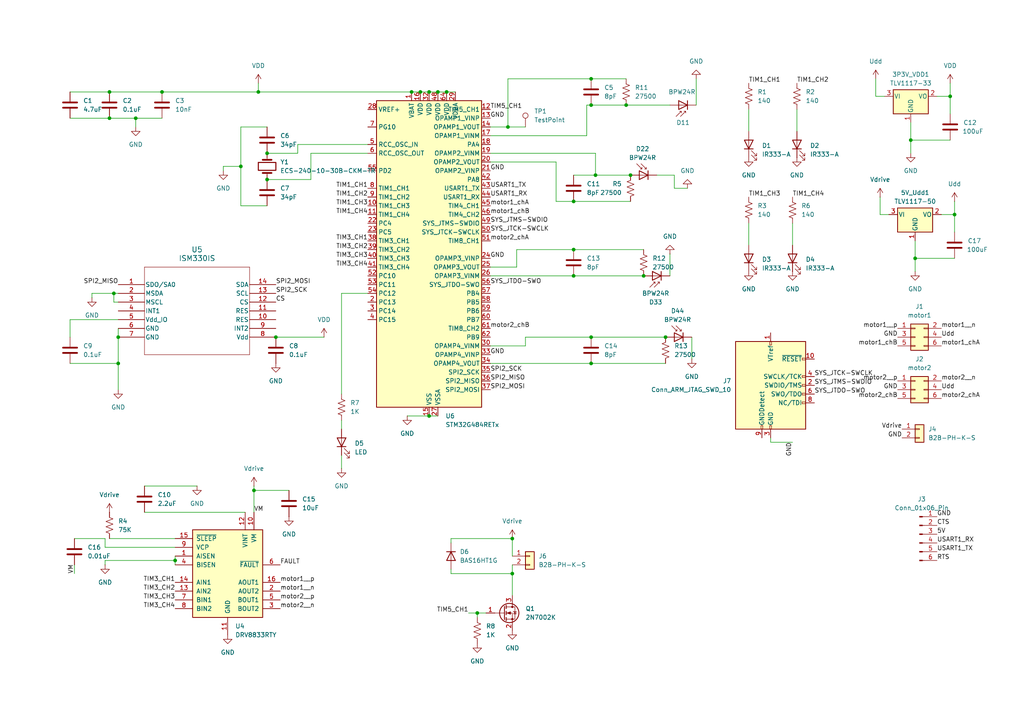
<source format=kicad_sch>
(kicad_sch (version 20231120) (generator "eeschema") (generator_version "8.0")
  (paper "A4")
  (junction (at 124.46 120.65))
  (junction (at 124.46 26.67))
  (junction (at 171.45 30.48))
  (junction (at 171.45 97.79))
  (junction (at 276.86 62.23))
  (junction (at 31.75 34.29))
  (junction (at 119.38 26.67))
  (junction (at 80.01 97.79))
  (junction (at 166.37 80.01))
  (junction (at 33.02 85.09))
  (junction (at 39.37 34.29))
  (junction (at 265.43 74.93))
  (junction (at 181.61 30.48))
  (junction (at 121.92 26.67))
  (junction (at 182.88 50.8))
  (junction (at 193.04 97.79))
  (junction (at 172.72 50.8))
  (junction (at 138.43 177.8))
  (junction (at 275.59 27.94))
  (junction (at 34.29 97.79))
  (junction (at 69.85 48.26))
  (junction (at 148.59 166.37))
  (junction (at 31.75 26.67))
  (junction (at 147.32 36.83))
  (junction (at 148.59 156.21))
  (junction (at 166.37 72.39))
  (junction (at 166.37 58.42))
  (junction (at 46.99 26.67))
  (junction (at 50.8 162.56))
  (junction (at 171.45 22.86))
  (junction (at 34.29 105.41))
  (junction (at 77.47 52.07))
  (junction (at 186.69 80.01))
  (junction (at 127 26.67))
  (junction (at 264.16 40.64))
  (junction (at 74.93 26.67))
  (junction (at 77.47 44.45))
  (junction (at 171.45 105.41))
  (junction (at 73.66 142.24))
  (junction (at 129.54 26.67))
  (wire (pts (xy 138.43 177.8) (xy 140.97 177.8)))
  (wire (pts (xy 149.86 72.39) (xy 166.37 72.39)))
  (wire (pts (xy 264.16 35.56) (xy 264.16 40.64)))
  (wire (pts (xy 265.43 74.93) (xy 276.86 74.93)))
  (wire (pts (xy 276.86 58.42) (xy 276.86 62.23)))
  (wire (pts (xy 200.66 97.79) (xy 200.66 104.14)))
  (wire (pts (xy 149.86 72.39) (xy 149.86 77.47)))
  (wire (pts (xy 33.02 87.63) (xy 33.02 85.09)))
  (wire (pts (xy 80.01 97.79) (xy 93.98 97.79)))
  (wire (pts (xy 149.86 77.47) (xy 142.24 77.47)))
  (wire (pts (xy 142.24 80.01) (xy 166.37 80.01)))
  (wire (pts (xy 50.8 162.56) (xy 50.8 163.83)))
  (wire (pts (xy 69.85 48.26) (xy 69.85 59.69)))
  (wire (pts (xy 275.59 27.94) (xy 275.59 33.02)))
  (wire (pts (xy 138.43 179.07) (xy 138.43 177.8)))
  (wire (pts (xy 265.43 69.85) (xy 265.43 74.93)))
  (wire (pts (xy 46.99 26.67) (xy 74.93 26.67)))
  (wire (pts (xy 106.68 44.45) (xy 90.17 44.45)))
  (wire (pts (xy 148.59 163.83) (xy 148.59 166.37)))
  (wire (pts (xy 64.77 49.53) (xy 64.77 48.26)))
  (wire (pts (xy 30.48 162.56) (xy 50.8 162.56)))
  (wire (pts (xy 170.18 39.37) (xy 142.24 39.37)))
  (wire (pts (xy 73.66 142.24) (xy 73.66 140.97)))
  (wire (pts (xy 20.32 26.67) (xy 31.75 26.67)))
  (wire (pts (xy 195.58 50.8) (xy 195.58 54.61)))
  (wire (pts (xy 121.92 26.67) (xy 124.46 26.67)))
  (wire (pts (xy 217.17 31.75) (xy 217.17 38.1)))
  (wire (pts (xy 172.72 44.45) (xy 172.72 50.8)))
  (wire (pts (xy 142.24 46.99) (xy 161.29 46.99)))
  (wire (pts (xy 275.59 24.13) (xy 275.59 27.94)))
  (wire (pts (xy 34.29 92.71) (xy 20.32 92.71)))
  (wire (pts (xy 166.37 58.42) (xy 182.88 58.42)))
  (wire (pts (xy 73.66 142.24) (xy 83.82 142.24)))
  (wire (pts (xy 124.46 26.67) (xy 127 26.67)))
  (wire (pts (xy 20.32 92.71) (xy 20.32 97.79)))
  (wire (pts (xy 166.37 80.01) (xy 186.69 80.01)))
  (wire (pts (xy 31.75 34.29) (xy 39.37 34.29)))
  (wire (pts (xy 21.59 166.37) (xy 21.59 163.83)))
  (wire (pts (xy 166.37 50.8) (xy 172.72 50.8)))
  (wire (pts (xy 148.59 156.21) (xy 130.81 156.21)))
  (wire (pts (xy 223.52 128.27) (xy 223.52 127)))
  (wire (pts (xy 171.45 97.79) (xy 193.04 97.79)))
  (wire (pts (xy 39.37 34.29) (xy 39.37 36.83)))
  (wire (pts (xy 26.67 85.09) (xy 26.67 86.36)))
  (wire (pts (xy 148.59 161.29) (xy 148.59 156.21)))
  (wire (pts (xy 135.89 177.8) (xy 138.43 177.8)))
  (wire (pts (xy 77.47 36.83) (xy 69.85 36.83)))
  (wire (pts (xy 181.61 22.86) (xy 171.45 22.86)))
  (wire (pts (xy 90.17 44.45) (xy 90.17 52.07)))
  (wire (pts (xy 152.4 97.79) (xy 171.45 97.79)))
  (wire (pts (xy 147.32 36.83) (xy 152.4 36.83)))
  (wire (pts (xy 195.58 54.61) (xy 199.39 54.61)))
  (wire (pts (xy 276.86 62.23) (xy 276.86 67.31)))
  (wire (pts (xy 148.59 166.37) (xy 148.59 172.72)))
  (wire (pts (xy 99.06 121.92) (xy 99.06 124.46)))
  (wire (pts (xy 201.93 22.86) (xy 201.93 30.48)))
  (wire (pts (xy 254 27.94) (xy 256.54 27.94)))
  (wire (pts (xy 41.91 148.59) (xy 71.12 148.59)))
  (wire (pts (xy 33.02 85.09) (xy 26.67 85.09)))
  (wire (pts (xy 34.29 97.79) (xy 34.29 105.41)))
  (wire (pts (xy 142.24 105.41) (xy 171.45 105.41)))
  (wire (pts (xy 74.93 26.67) (xy 119.38 26.67)))
  (wire (pts (xy 170.18 30.48) (xy 171.45 30.48)))
  (wire (pts (xy 148.59 166.37) (xy 130.81 166.37)))
  (wire (pts (xy 50.8 161.29) (xy 50.8 162.56)))
  (wire (pts (xy 170.18 30.48) (xy 170.18 39.37)))
  (wire (pts (xy 161.29 58.42) (xy 166.37 58.42)))
  (wire (pts (xy 171.45 30.48) (xy 181.61 30.48)))
  (wire (pts (xy 20.32 105.41) (xy 34.29 105.41)))
  (wire (pts (xy 231.14 31.75) (xy 231.14 38.1)))
  (wire (pts (xy 31.75 26.67) (xy 46.99 26.67)))
  (wire (pts (xy 30.48 156.21) (xy 30.48 158.75)))
  (wire (pts (xy 171.45 105.41) (xy 193.04 105.41)))
  (wire (pts (xy 73.66 148.59) (xy 73.66 142.24)))
  (wire (pts (xy 264.16 40.64) (xy 264.16 44.45)))
  (wire (pts (xy 31.75 156.21) (xy 50.8 156.21)))
  (wire (pts (xy 30.48 163.83) (xy 30.48 162.56)))
  (wire (pts (xy 147.32 36.83) (xy 142.24 36.83)))
  (wire (pts (xy 57.15 140.97) (xy 41.91 140.97)))
  (wire (pts (xy 152.4 100.33) (xy 142.24 100.33)))
  (wire (pts (xy 171.45 22.86) (xy 147.32 22.86)))
  (wire (pts (xy 74.93 24.13) (xy 74.93 26.67)))
  (wire (pts (xy 152.4 97.79) (xy 152.4 100.33)))
  (wire (pts (xy 255.27 57.15) (xy 255.27 62.23)))
  (wire (pts (xy 46.99 34.29) (xy 39.37 34.29)))
  (wire (pts (xy 276.86 62.23) (xy 273.05 62.23)))
  (wire (pts (xy 254 22.86) (xy 254 27.94)))
  (wire (pts (xy 130.81 156.21) (xy 130.81 157.48)))
  (wire (pts (xy 190.5 50.8) (xy 195.58 50.8)))
  (wire (pts (xy 20.32 34.29) (xy 31.75 34.29)))
  (wire (pts (xy 127 26.67) (xy 129.54 26.67)))
  (wire (pts (xy 34.29 85.09) (xy 33.02 85.09)))
  (wire (pts (xy 106.68 85.09) (xy 99.06 85.09)))
  (wire (pts (xy 124.46 120.65) (xy 127 120.65)))
  (wire (pts (xy 147.32 22.86) (xy 147.32 36.83)))
  (wire (pts (xy 99.06 85.09) (xy 99.06 114.3)))
  (wire (pts (xy 182.88 50.8) (xy 172.72 50.8)))
  (wire (pts (xy 264.16 40.64) (xy 275.59 40.64)))
  (wire (pts (xy 21.59 156.21) (xy 30.48 156.21)))
  (wire (pts (xy 229.87 64.77) (xy 229.87 71.12)))
  (wire (pts (xy 217.17 64.77) (xy 217.17 71.12)))
  (wire (pts (xy 229.87 128.27) (xy 223.52 128.27)))
  (wire (pts (xy 161.29 46.99) (xy 161.29 58.42)))
  (wire (pts (xy 130.81 165.1) (xy 130.81 166.37)))
  (wire (pts (xy 275.59 27.94) (xy 271.78 27.94)))
  (wire (pts (xy 86.36 44.45) (xy 77.47 44.45)))
  (wire (pts (xy 255.27 62.23) (xy 257.81 62.23)))
  (wire (pts (xy 129.54 26.67) (xy 132.08 26.67)))
  (wire (pts (xy 166.37 72.39) (xy 186.69 72.39)))
  (wire (pts (xy 30.48 158.75) (xy 50.8 158.75)))
  (wire (pts (xy 34.29 87.63) (xy 33.02 87.63)))
  (wire (pts (xy 90.17 52.07) (xy 77.47 52.07)))
  (wire (pts (xy 34.29 105.41) (xy 34.29 113.03)))
  (wire (pts (xy 64.77 48.26) (xy 69.85 48.26)))
  (wire (pts (xy 142.24 44.45) (xy 172.72 44.45)))
  (wire (pts (xy 118.11 120.65) (xy 124.46 120.65)))
  (wire (pts (xy 181.61 30.48) (xy 194.31 30.48)))
  (wire (pts (xy 265.43 74.93) (xy 265.43 78.74)))
  (wire (pts (xy 119.38 26.67) (xy 121.92 26.67)))
  (wire (pts (xy 69.85 59.69) (xy 77.47 59.69)))
  (wire (pts (xy 99.06 132.08) (xy 99.06 135.89)))
  (wire (pts (xy 34.29 95.25) (xy 34.29 97.79)))
  (wire (pts (xy 194.31 80.01) (xy 194.31 73.66)))
  (wire (pts (xy 106.68 41.91) (xy 86.36 41.91)))
  (wire (pts (xy 69.85 36.83) (xy 69.85 48.26)))
  (wire (pts (xy 86.36 41.91) (xy 86.36 44.45)))
  (label "GND" (at 229.87 128.27 270))
  (label "TIM3_CH1" (at 50.8 168.91 180))
  (label "SPI2_MISO" (at 34.29 82.55 180))
  (label "SYS_JTDO-SWO" (at 142.24 82.55 0))
  (label "GND" (at 260.35 97.79 180))
  (label "TIM1_CH3" (at 106.68 59.69 180))
  (label "USART1_RX" (at 142.24 57.15 0))
  (label "TIM3_CH2" (at 50.8 171.45 180))
  (label "GND" (at 261.62 127 180))
  (label "USART1_RX" (at 271.78 157.48 0))
  (label "TIM1_CH3" (at 217.17 57.15 0))
  (label "GND" (at 142.24 74.93 0))
  (label "motor2__n" (at 273.05 110.49 0))
  (label "GND" (at 142.24 49.53 0))
  (label "CS" (at 80.01 87.63 0))
  (label "motor1__n" (at 81.28 171.45 0))
  (label "TIM3_CH3" (at 106.68 74.93 180))
  (label "SYS_JTCK-SWCLK" (at 236.22 109.22 0))
  (label "motor1_chA" (at 273.05 100.33 0))
  (label "Udd" (at 273.05 113.03 0))
  (label "motor1_chA" (at 142.24 59.69 0))
  (label "CTS" (at 271.78 152.4 0))
  (label "VM" (at 73.66 148.59 0))
  (label "motor2__p" (at 260.35 110.49 180))
  (label "Udd" (at 273.05 97.79 0))
  (label "motor2_chA" (at 142.24 69.85 0))
  (label "SYS_JTMS-SWDIO" (at 236.22 111.76 0))
  (label "SPI2_MISO" (at 142.24 110.49 0))
  (label "SYS_JTCK-SWCLK" (at 142.24 67.31 0))
  (label "USART1_TX" (at 142.24 54.61 0))
  (label "TIM3_CH2" (at 106.68 72.39 180))
  (label "SYS_JTMS-SWDIO" (at 142.24 64.77 0))
  (label "SPI2_MOSI" (at 142.24 113.03 0))
  (label "motor2_chA" (at 273.05 115.57 0))
  (label "motor2_chB" (at 142.24 95.25 0))
  (label "motor1__n" (at 273.05 95.25 0))
  (label "SYS_JTDO-SWO" (at 236.22 114.3 0))
  (label "VM" (at 21.59 166.37 90))
  (label "FAULT" (at 81.28 163.83 0))
  (label "TIM1_CH4" (at 106.68 62.23 180))
  (label "TIM1_CH2" (at 106.68 57.15 180))
  (label "RTS" (at 271.78 162.56 0))
  (label "motor1__p" (at 81.28 168.91 0))
  (label "TIM5_CH1" (at 135.89 177.8 180))
  (label "motor1_chB" (at 260.35 100.33 180))
  (label "motor2__p" (at 81.28 173.99 0))
  (label "USART1_TX" (at 271.78 160.02 0))
  (label "5V" (at 271.78 154.94 0))
  (label "motor2__n" (at 81.28 176.53 0))
  (label "TIM1_CH1" (at 217.17 24.13 0))
  (label "Vdrive" (at 261.62 124.46 180))
  (label "SPI2_SCK" (at 142.24 107.95 0))
  (label "GND" (at 271.78 149.86 0))
  (label "motor1__p" (at 260.35 95.25 180))
  (label "TIM3_CH3" (at 50.8 173.99 180))
  (label "TIM3_CH4" (at 50.8 176.53 180))
  (label "TIM1_CH1" (at 106.68 54.61 180))
  (label "TIM5_CH1" (at 142.24 31.75 0))
  (label "TIM3_CH4" (at 106.68 77.47 180))
  (label "TIM1_CH2" (at 231.14 24.13 0))
  (label "TIM3_CH1" (at 106.68 69.85 180))
  (label "motor1_chB" (at 142.24 62.23 0))
  (label "GND" (at 142.24 102.87 0))
  (label "SPI2_MOSI" (at 80.01 82.55 0))
  (label "GND" (at 260.35 113.03 180))
  (label "GND" (at 142.24 34.29 0))
  (label "TIM1_CH4" (at 229.87 57.15 0))
  (label "SPI2_SCK" (at 80.01 85.09 0))
  (label "motor2_chB" (at 260.35 115.57 180))
  (symbol (lib_id "power:GND") (at 57.15 140.97 0) (unit 1)
    (property "Reference" "#PWR022" (effects (hide yes)))
    (property "Value" "GND" (at 57.15 146.05 0))
    (property "Description" "Power symbol creates a global label with name \"GND\" , ground" (effects (hide yes)))
  )
  (symbol (lib_id "power:VDD") (at 93.98 97.79 0) (unit 1)
    (property "Reference" "#PWR020" (effects (hide yes)))
    (property "Value" "VDD" (at 93.98 92.71 0))
    (property "Description" "Power symbol creates a global label with name \"VDD\"" (effects (hide yes)))
  )
  (symbol (lib_id "Device:C") (at 171.45 26.67 180) (unit 1)
    (property "Reference" "C5" (at 175.26 25.3999 0) (effects (justify right)))
    (property "Value" "8pF" (at 175.26 27.9399 0) (effects (justify right)))
    (property "Footprint" "Capacitor_SMD:C_0805_2012Metric" (effects (hide yes)))
    (property "Description" "Unpolarized capacitor" (effects (hide yes)))
  )
  (symbol (lib_id "Device:C") (at 77.47 40.64 180) (unit 1)
    (property "Reference" "C6" (at 81.28 39.3699 0) (effects (justify right)))
    (property "Value" "34pF" (at 81.28 41.9099 0) (effects (justify right)))
    (property "Footprint" "Capacitor_SMD:C_0805_2012Metric" (effects (hide yes)))
    (property "Description" "Unpolarized capacitor" (effects (hide yes)))
  )
  (symbol (lib_id "power:GND") (at 229.87 78.74 0) (unit 1)
    (property "Reference" "#PWR07" (effects (hide yes)))
    (property "Value" "GND" (at 229.87 83.82 0))
    (property "Description" "Power symbol creates a global label with name \"GND\" , ground" (effects (hide yes)))
  )
  (symbol (lib_id "Device:D") (at 130.81 161.29 270) (unit 1)
    (property "Reference" "D6" (at 133.35 160.0199 90) (effects (justify left)))
    (property "Value" "BAS16HT1G" (at 133.35 162.5599 90) (effects (justify left)))
    (property "Footprint" "Diode_SMD:D_SOD-323" (effects (hide yes)))
    (property "Datasheet" "https://www.digikey.com/en/products/detail/onsemi/BAS16HT1G/918301" (effects (hide yes)))
    (property "Description" "BAS16HT1G" (effects (hide yes)))
    (property "Sim.Device" "D" (effects (hide yes)))
    (property "Sim.Pins" "1=K 2=A" (effects (hide yes)))
  )
  (symbol (lib_id "power:VDD") (at 74.93 24.13 0) (unit 1)
    (property "Reference" "#PWR03" (effects (hide yes)))
    (property "Value" "VDD" (at 74.93 19.05 0))
    (property "Description" "Power symbol creates a global label with name \"VDD\"" (effects (hide yes)))
  )
  (symbol (lib_id "power:Vdrive") (at 73.66 140.97 0) (unit 1)
    (property "Reference" "#PWR023" (effects (hide yes)))
    (property "Value" "Vdrive" (at 73.66 135.89 0))
    (property "Description" "Power symbol creates a global label with name \"Vdrive\"" (effects (hide yes)))
  )
  (symbol (lib_id "Device:C") (at 46.99 30.48 180) (unit 1)
    (property "Reference" "C3" (at 50.8 29.2099 0) (effects (justify right)))
    (property "Value" "10nF" (at 50.8 31.7499 0) (effects (justify right)))
    (property "Footprint" "Capacitor_SMD:C_0805_2012Metric" (effects (hide yes)))
    (property "Description" "Unpolarized capacitor" (effects (hide yes)))
  )
  (symbol (lib_id "Device:LED") (at 231.14 41.91 90) (unit 1)
    (property "Reference" "D2" (at 234.95 42.2274 90) (effects (justify right)))
    (property "Value" "IR333-A" (at 234.95 44.7674 90) (effects (justify right)))
    (property "Footprint" "LED_THT:LED_D5.0mm" (effects (hide yes)))
    (property "Description" "Light emitting diode" (effects (hide yes)))
  )
  (symbol (lib_id "Device:C") (at 171.45 101.6 0) (mirror y) (unit 1)
    (property "Reference" "C14" (at 175.26 100.3299 0) (effects (justify right)))
    (property "Value" "8pF" (at 175.26 102.8699 0) (effects (justify right)))
    (property "Footprint" "Capacitor_SMD:C_0805_2012Metric" (effects (hide yes)))
    (property "Description" "Unpolarized capacitor" (effects (hide yes)))
  )
  (symbol (lib_id "Transistor_FET:2N7002K") (at 146.05 177.8 0) (unit 1)
    (property "Reference" "Q1" (at 152.4 176.5299 0) (effects (justify left)))
    (property "Value" "2N7002K" (at 152.4 179.0699 0) (effects (justify left)))
    (property "Footprint" "Package_TO_SOT_SMD:SOT-23" (effects (hide yes)))
    (property "Datasheet" "https://www.diodes.com/assets/Datasheets/ds30896.pdf" (effects (hide yes)))
    (property "Description" "0.38A Id, 60V Vds, N-Channel MOSFET, SOT-23" (effects (hide yes)))
  )
  (symbol (lib_id "Device:R_US") (at 99.06 118.11 0) (unit 1)
    (property "Reference" "R7" (at 101.6 116.8399 0) (effects (justify left)))
    (property "Value" "1K" (at 101.6 119.3799 0) (effects (justify left)))
    (property "Footprint" "Resistor_SMD:R_0805_2012Metric" (effects (hide yes)))
    (property "Description" "Resistor, US symbol" (effects (hide yes)))
  )
  (symbol (lib_id "power:Vdrive") (at 254 22.86 0) (unit 1)
    (property "Reference" "#PWR024" (effects (hide yes)))
    (property "Value" "Udd" (at 254 17.78 0))
    (property "Description" "Power symbol creates a global label with name \"Vdrive\"" (effects (hide yes)))
  )
  (symbol (lib_id "Device:R_US") (at 31.75 152.4 0) (unit 1)
    (property "Reference" "R4" (at 34.29 151.1299 0) (effects (justify left)))
    (property "Value" "75K" (at 34.29 153.6699 0) (effects (justify left)))
    (property "Footprint" "Resistor_SMD:R_0805_2012Metric" (effects (hide yes)))
    (property "Description" "Resistor, US symbol" (effects (hide yes)))
  )
  (symbol (lib_id "Device:LED") (at 217.17 74.93 90) (unit 1)
    (property "Reference" "D3" (at 220.98 75.2474 90) (effects (justify right)))
    (property "Value" "IR333-A" (at 220.98 77.7874 90) (effects (justify right)))
    (property "Footprint" "LED_THT:LED_D5.0mm" (effects (hide yes)))
    (property "Description" "Light emitting diode" (effects (hide yes)))
  )
  (symbol (lib_id "Device:R_US") (at 186.69 76.2 180) (unit 1)
    (property "Reference" "R12" (at 189.23 74.9299 0) (effects (justify right)))
    (property "Value" "27500" (at 189.23 77.4699 0) (effects (justify right)))
    (property "Footprint" "Resistor_SMD:R_0805_2012Metric" (effects (hide yes)))
    (property "Description" "Resistor, US symbol" (effects (hide yes)))
  )
  (symbol (lib_id "Connector_Generic:Conn_01x02") (at 153.67 161.29 0) (unit 1)
    (property "Reference" "J6" (at 156.21 161.2899 0) (effects (justify left)))
    (property "Value" "B2B-PH-K-S" (at 156.21 163.8299 0) (effects (justify left)))
    (property "Footprint" "Connector_JST:JST_PH_B2B-PH-K_1x02_P2.00mm_Vertical" (effects (hide yes)))
    (property "Description" "Generic connector, single row, 01x02, script generated (kicad-library-utils/schlib/autogen/connector/)" (effects (hide yes)))
  )
  (symbol (lib_id "Device:C") (at 31.75 30.48 180) (unit 1)
    (property "Reference" "C2" (at 35.56 29.2099 0) (effects (justify right)))
    (property "Value" "0.1uF" (at 35.56 31.7499 0) (effects (justify right)))
    (property "Footprint" "Capacitor_SMD:C_0805_2012Metric" (effects (hide yes)))
    (property "Description" "Unpolarized capacitor" (effects (hide yes)))
  )
  (symbol (lib_id "Device:C") (at 83.82 146.05 180) (unit 1)
    (property "Reference" "C15" (at 87.63 144.7799 0) (effects (justify right)))
    (property "Value" "10uF" (at 87.63 147.3199 0) (effects (justify right)))
    (property "Footprint" "Capacitor_SMD:C_0805_2012Metric" (effects (hide yes)))
    (property "Description" "Unpolarized capacitor" (effects (hide yes)))
  )
  (symbol (lib_id "power:GND") (at 66.04 184.15 0) (unit 1)
    (property "Reference" "#PWR021" (effects (hide yes)))
    (property "Value" "GND" (at 66.04 189.23 0))
    (property "Description" "Power symbol creates a global label with name \"GND\" , ground" (effects (hide yes)))
  )
  (symbol (lib_id "Device:LED") (at 99.06 128.27 90) (unit 1)
    (property "Reference" "D5" (at 102.87 128.5874 90) (effects (justify right)))
    (property "Value" "LED" (at 102.87 131.1274 90) (effects (justify right)))
    (property "Footprint" "LED_SMD:LED_0805_2012Metric" (effects (hide yes)))
    (property "Description" "Light emitting diode" (effects (hide yes)))
  )
  (symbol (lib_id "Device:D_Photo") (at 189.23 80.01 180) (unit 1)
    (property "Reference" "D33" (at 190.1825 87.63 0))
    (property "Value" "BPW24R" (at 190.1825 85.09 0))
    (property "Footprint" "Package_TO_SOT_THT:TO-18-2" (effects (hide yes)))
    (property "Description" "Photodiode" (effects (hide yes)))
  )
  (symbol (lib_id "power:GND") (at 39.37 36.83 0) (unit 1)
    (property "Reference" "#PWR01" (effects (hide yes)))
    (property "Value" "GND" (at 39.37 41.91 0))
    (property "Description" "Power symbol creates a global label with name \"GND\" , ground" (effects (hide yes)))
  )
  (symbol (lib_id "power:GND") (at 26.67 86.36 0) (unit 1)
    (property "Reference" "#PWR012" (effects (hide yes)))
    (property "Value" "GND" (at 26.67 91.44 0))
    (property "Description" "Power symbol creates a global label with name \"GND\" , ground" (effects (hide yes)))
  )
  (symbol (lib_id "power:GND") (at 30.48 163.83 0) (unit 1)
    (property "Reference" "#PWR025" (effects (hide yes)))
    (property "Value" "GND" (at 30.48 168.91 0))
    (property "Description" "Power symbol creates a global label with name \"GND\" , ground" (effects (hide yes)))
  )
  (symbol (lib_id "Connector_Generic:Conn_02x03_Odd_Even") (at 265.43 113.03 0) (unit 1)
    (property "Reference" "J2" (at 266.7 104.14 0))
    (property "Value" "motor2" (at 266.7 106.68 0))
    (property "Footprint" "Connector_IDC:IDC-Header_2x03_P2.54mm_Vertical" (effects (hide yes)))
    (property "Description" "Generic connector, double row, 02x03, odd/even pin numbering scheme (row 1 odd numbers, row 2 even numbers), script generated (kicad-library-utils/schlib/autogen/connector/)" (effects (hide yes)))
  )
  (symbol (lib_id "Device:R_US") (at 138.43 182.88 0) (unit 1)
    (property "Reference" "R8" (at 140.97 181.6099 0) (effects (justify left)))
    (property "Value" "1K" (at 140.97 184.1499 0) (effects (justify left)))
    (property "Footprint" "Resistor_SMD:R_0805_2012Metric" (effects (hide yes)))
    (property "Description" "Resistor, US symbol" (effects (hide yes)))
  )
  (symbol (lib_id "Device:C") (at 77.47 55.88 180) (unit 1)
    (property "Reference" "C7" (at 81.28 54.6099 0) (effects (justify right)))
    (property "Value" "34pF" (at 81.28 57.1499 0) (effects (justify right)))
    (property "Footprint" "Capacitor_SMD:C_0805_2012Metric" (effects (hide yes)))
    (property "Description" "Unpolarized capacitor" (effects (hide yes)))
  )
  (symbol (lib_id "power:GND") (at 34.29 113.03 0) (unit 1)
    (property "Reference" "#PWR013" (effects (hide yes)))
    (property "Value" "GND" (at 34.29 118.11 0))
    (property "Description" "Power symbol creates a global label with name \"GND\" , ground" (effects (hide yes)))
  )
  (symbol (lib_id "Device:C") (at 166.37 76.2 180) (unit 1)
    (property "Reference" "C13" (at 170.18 74.9299 0) (effects (justify right)))
    (property "Value" "8pF" (at 170.18 77.4699 0) (effects (justify right)))
    (property "Footprint" "Capacitor_SMD:C_0805_2012Metric" (effects (hide yes)))
    (property "Description" "Unpolarized capacitor" (effects (hide yes)))
  )
  (symbol (lib_id "Device:LED") (at 229.87 74.93 90) (unit 1)
    (property "Reference" "D4" (at 233.68 75.2474 90) (effects (justify right)))
    (property "Value" "IR333-A" (at 233.68 77.7874 90) (effects (justify right)))
    (property "Footprint" "LED_THT:LED_D5.0mm" (effects (hide yes)))
    (property "Description" "Light emitting diode" (effects (hide yes)))
  )
  (symbol (lib_id "Device:R_US") (at 229.87 60.96 0) (unit 1)
    (property "Reference" "R6" (at 232.41 59.6899 0) (effects (justify left)))
    (property "Value" "140" (at 232.41 62.2299 0) (effects (justify left)))
    (property "Footprint" "Resistor_SMD:R_0805_2012Metric" (effects (hide yes)))
    (property "Description" "RK73H2ATTD1400F" (effects (hide yes)))
  )
  (symbol (lib_id "Device:R_US") (at 181.61 26.67 180) (unit 1)
    (property "Reference" "R11" (at 184.15 25.3999 0) (effects (justify right)))
    (property "Value" "27500" (at 184.15 27.9399 0) (effects (justify right)))
    (property "Footprint" "Resistor_SMD:R_0805_2012Metric" (effects (hide yes)))
    (property "Description" "Resistor, US symbol" (effects (hide yes)))
  )
  (symbol (lib_id "Device:C") (at 20.32 101.6 180) (unit 1)
    (property "Reference" "C9" (at 24.13 100.3299 0) (effects (justify right)))
    (property "Value" "0.1uF" (at 24.13 102.8699 0) (effects (justify right)))
    (property "Footprint" "Capacitor_SMD:C_0805_2012Metric" (effects (hide yes)))
    (property "Description" "Unpolarized capacitor" (effects (hide yes)))
  )
  (symbol (lib_id "power:GND") (at 217.17 78.74 0) (unit 1)
    (property "Reference" "#PWR019" (effects (hide yes)))
    (property "Value" "GND" (at 217.17 83.82 0))
    (property "Description" "Power symbol creates a global label with name \"GND\" , ground" (effects (hide yes)))
  )
  (symbol (lib_id "Device:R_US") (at 182.88 54.61 0) (mirror y) (unit 1)
    (property "Reference" "R5" (at 180.34 53.3399 0) (effects (justify left)))
    (property "Value" "27500" (at 180.34 55.8799 0) (effects (justify left)))
    (property "Footprint" "Resistor_SMD:R_0805_2012Metric" (effects (hide yes)))
    (property "Description" "Resistor, US symbol" (effects (hide yes)))
  )
  (symbol (lib_id "Device:R_US") (at 217.17 60.96 0) (unit 1)
    (property "Reference" "R3" (at 219.71 59.6899 0) (effects (justify left)))
    (property "Value" "140" (at 219.71 62.2299 0) (effects (justify left)))
    (property "Footprint" "Resistor_SMD:R_0805_2012Metric" (effects (hide yes)))
    (property "Description" "RK73H2ATTD1400F" (effects (hide yes)))
  )
  (symbol (lib_id "Device:C") (at 20.32 30.48 180) (unit 1)
    (property "Reference" "C1" (at 24.13 29.2099 0) (effects (justify right)))
    (property "Value" "4.7uF" (at 24.13 31.7499 0) (effects (justify right)))
    (property "Footprint" "Capacitor_SMD:C_0805_2012Metric" (effects (hide yes)))
    (property "Description" "Unpolarized capacitor" (effects (hide yes)))
  )
  (symbol (lib_id "power:VDD") (at 276.86 58.42 0) (unit 1)
    (property "Reference" "#PWR017" (effects (hide yes)))
    (property "Value" "Udd" (at 276.86 53.34 0))
    (property "Description" "Power symbol creates a global label with name \"VDD\"" (effects (hide yes)))
  )
  (symbol (lib_id "power:GND") (at 194.31 73.66 180) (unit 1)
    (property "Reference" "#PWR06" (effects (hide yes)))
    (property "Value" "GND" (at 194.31 68.58 0))
    (property "Description" "Power symbol creates a global label with name \"GND\" , ground" (effects (hide yes)))
  )
  (symbol (lib_id "power:Vdrive") (at 31.75 148.59 0) (unit 1)
    (property "Reference" "#PWR031" (effects (hide yes)))
    (property "Value" "Vdrive" (at 31.75 143.51 0))
    (property "Description" "Power symbol creates a global label with name \"Vdrive\"" (effects (hide yes)))
  )
  (symbol (lib_id "Device:D_Photo") (at 196.85 30.48 180) (unit 1)
    (property "Reference" "D11" (at 198.12 35.56 0))
    (property "Value" "BPW24R" (at 197.8025 26.67 0))
    (property "Footprint" "Package_TO_SOT_THT:TO-18-2" (effects (hide yes)))
    (property "Description" "Photodiode" (effects (hide yes)))
  )
  (symbol (lib_id "power:GND") (at 265.43 78.74 0) (unit 1)
    (property "Reference" "#PWR016" (effects (hide yes)))
    (property "Value" "GND" (at 265.43 83.82 0))
    (property "Description" "Power symbol creates a global label with name \"GND\" , ground" (effects (hide yes)))
  )
  (symbol (lib_id "Device:R_US") (at 193.04 101.6 0) (mirror y) (unit 1)
    (property "Reference" "R13" (at 195.58 100.3299 0) (effects (justify right)))
    (property "Value" "27500" (at 195.58 102.8699 0) (effects (justify right)))
    (property "Footprint" "Resistor_SMD:R_0805_2012Metric" (effects (hide yes)))
    (property "Description" "Resistor, US symbol" (effects (hide yes)))
  )
  (symbol (lib_id "power:Vdrive") (at 255.27 57.15 0) (unit 1)
    (property "Reference" "#PWR015" (effects (hide yes)))
    (property "Value" "Vdrive" (at 255.27 52.07 0))
    (property "Description" "Power symbol creates a global label with name \"Vdrive\"" (effects (hide yes)))
  )
  (symbol (lib_id "Device:C") (at 21.59 160.02 180) (unit 1)
    (property "Reference" "C16" (at 25.4 158.7499 0) (effects (justify right)))
    (property "Value" "0.01uF" (at 25.4 161.2899 0) (effects (justify right)))
    (property "Footprint" "Capacitor_SMD:C_0805_2012Metric" (effects (hide yes)))
    (property "Description" "Unpolarized capacitor" (effects (hide yes)))
  )
  (symbol (lib_id "Device:R_US") (at 231.14 27.94 0) (unit 1)
    (property "Reference" "R2" (at 233.68 26.6699 0) (effects (justify left)))
    (property "Value" "140" (at 233.68 29.2099 0) (effects (justify left)))
    (property "Footprint" "Resistor_SMD:R_0805_2012Metric" (effects (hide yes)))
    (property "Description" "RK73H2ATTD1400F" (effects (hide yes)))
  )
  (symbol (lib_id "power:GND") (at 217.17 45.72 0) (unit 1)
    (property "Reference" "#PWR04" (effects (hide yes)))
    (property "Value" "GND" (at 217.17 50.8 0))
    (property "Description" "Power symbol creates a global label with name \"GND\" , ground" (effects (hide yes)))
  )
  (symbol (lib_id "Device:D_Photo") (at 185.42 50.8 0) (mirror y) (unit 1)
    (property "Reference" "D22" (at 186.3725 43.18 0))
    (property "Value" "BPW24R" (at 186.3725 45.72 0))
    (property "Footprint" "Package_TO_SOT_THT:TO-18-2" (effects (hide yes)))
    (property "Description" "Photodiode" (effects (hide yes)))
  )
  (symbol (lib_id "power:GND") (at 201.93 22.86 180) (unit 1)
    (property "Reference" "#PWR02" (effects (hide yes)))
    (property "Value" "GND" (at 201.93 17.78 0))
    (property "Description" "Power symbol creates a global label with name \"GND\" , ground" (effects (hide yes)))
  )
  (symbol (lib_id "Driver_Motor:DRV8833RTY") (at 66.04 166.37 0) (unit 1)
    (property "Reference" "U4" (at 68.2341 181.61 0) (effects (justify left)))
    (property "Value" "DRV8833RTY" (at 68.2341 184.15 0) (effects (justify left)))
    (property "Footprint" "Package_DFN_QFN:Texas_RTY_WQFN-16-1EP_4x4mm_P0.65mm_EP2.1x2.1mm_ThermalVias" (effects (hide yes)))
    (property "Datasheet" "http://www.ti.com/lit/ds/symlink/drv8833.pdf" (effects (hide yes)))
    (property "Description" "Dual H-Bridge Motor Driver, WQFN-16" (effects (hide yes)))
  )
  (symbol (lib_id "power:GND") (at 148.59 182.88 0) (unit 1)
    (property "Reference" "#PWR027" (effects (hide yes)))
    (property "Value" "GND" (at 148.59 187.96 0))
    (property "Description" "Power symbol creates a global label with name \"GND\" , ground" (effects (hide yes)))
  )
  (symbol (lib_id "MCU_ST_STM32G4:STM32G484RETx") (at 124.46 74.93 0) (unit 1)
    (property "Reference" "U6" (at 129.1941 120.65 0) (effects (justify left)))
    (property "Value" "STM32G484RETx" (at 129.1941 123.19 0) (effects (justify left)))
    (property "Footprint" "Package_QFP:LQFP-64_10x10mm_P0.5mm" (effects (hide yes)))
    (property "Datasheet" "https://www.st.com/resource/en/datasheet/stm32g484re.pdf" (effects (hide yes)))
    (property "Description" "STMicroelectronics Arm Cortex-M4 MCU, 512KB flash, 128KB RAM, 170 MHz, 1.71-3.6V, 52 GPIO, LQFP64" (effects (hide yes)))
    (pin "56" (alternate "SYS_JTDO-SWO"))
    (pin "61" (alternate "TIM8_CH2"))
    (pin "30" (alternate "OPAMP4_VINM"))
    (pin "8" (alternate "TIM1_CH1"))
    (pin "9" (alternate "TIM1_CH2"))
    (pin "43" (alternate "USART1_TX"))
    (pin "6" (alternate "RCC_OSC_OUT"))
    (pin "40" (alternate "TIM3_CH3"))
    (pin "12" (alternate "TIM5_CH1"))
    (pin "34" (alternate "OPAMP4_VOUT"))
    (pin "41" (alternate "TIM3_CH4"))
    (pin "35" (alternate "SPI2_SCK"))
    (pin "46" (alternate "TIM4_CH2"))
    (pin "13" (alternate "OPAMP1_VINP"))
    (pin "33" (alternate "OPAMP4_VINP"))
    (pin "39" (alternate "TIM3_CH2"))
    (pin "14" (alternate "OPAMP1_VOUT"))
    (pin "45" (alternate "TIM4_CH1"))
    (pin "51" (alternate "TIM8_CH1"))
    (pin "25" (alternate "OPAMP3_VOUT"))
    (pin "20" (alternate "OPAMP2_VOUT"))
    (pin "36" (alternate "SPI2_MISO"))
    (pin "37" (alternate "SPI2_MOSI"))
    (pin "38" (alternate "TIM3_CH1"))
    (pin "17" (alternate "OPAMP1_VINM"))
    (pin "10" (alternate "TIM1_CH3"))
    (pin "21" (alternate "OPAMP2_VINP"))
    (pin "24" (alternate "OPAMP3_VINP"))
    (pin "49" (alternate "SYS_JTMS-SWDIO"))
    (pin "5" (alternate "RCC_OSC_IN"))
    (pin "26" (alternate "OPAMP3_VINM"))
    (pin "44" (alternate "USART1_RX"))
    (pin "11" (alternate "TIM1_CH4"))
    (pin "19" (alternate "OPAMP2_VINM"))
    (pin "50" (alternate "SYS_JTCK-SWCLK"))
  )
  (symbol (lib_id "power:GND") (at 99.06 135.89 0) (unit 1)
    (property "Reference" "#PWR018" (effects (hide yes)))
    (property "Value" "GND" (at 99.06 140.97 0))
    (property "Description" "Power symbol creates a global label with name \"GND\" , ground" (effects (hide yes)))
  )
  (symbol (lib_id "power:GND") (at 199.39 54.61 180) (unit 1)
    (property "Reference" "#PWR028" (effects (hide yes)))
    (property "Value" "GND" (at 199.39 49.53 0))
    (property "Description" "Power symbol creates a global label with name \"GND\" , ground" (effects (hide yes)))
  )
  (symbol (lib_id "Device:C") (at 276.86 71.12 180) (unit 1)
    (property "Reference" "C17" (at 280.67 69.8499 0) (effects (justify right)))
    (property "Value" "100uF" (at 280.416 72.39 0) (effects (justify right)))
    (property "Footprint" "Capacitor_SMD:C_0805_2012Metric" (effects (hide yes)))
    (property "Description" "Unpolarized capacitor" (effects (hide yes)))
  )
  (symbol (lib_id "power:GND") (at 118.11 120.65 0) (unit 1)
    (property "Reference" "#PWR032" (effects (hide yes)))
    (property "Value" "GND" (at 118.11 125.73 0))
    (property "Description" "Power symbol creates a global label with name \"GND\" , ground" (effects (hide yes)))
  )
  (symbol (lib_id "power:Vdrive") (at 148.59 156.21 0) (unit 1)
    (property "Reference" "#PWR026" (effects (hide yes)))
    (property "Value" "Vdrive" (at 148.59 151.13 0))
    (property "Description" "Power symbol creates a global label with name \"Vdrive\"" (effects (hide yes)))
  )
  (symbol (lib_id "ISM330IS:ISM330IS") (at 34.29 82.55 0) (unit 1)
    (property "Reference" "U5" (at 57.15 72.39 0) (effects (font (size 1.524 1.524))))
    (property "Value" "ISM330IS" (at 57.15 74.93 0) (effects (font (size 1.524 1.524))))
    (property "Footprint" "myCustomFootprints:LGA-14L_2P5X3X0P83_STM" (effects (hide yes)))
    (property "Datasheet" "ISM330IS" (effects (hide yes)))
  )
  (symbol (lib_id "power:GND") (at 200.66 104.14 0) (mirror y) (unit 1)
    (property "Reference" "#PWR030" (effects (hide yes)))
    (property "Value" "GND" (at 200.66 109.22 0))
    (property "Description" "Power symbol creates a global label with name \"GND\" , ground" (effects (hide yes)))
  )
  (symbol (lib_id "Device:Crystal") (at 77.47 48.26 90) (unit 1)
    (property "Reference" "Y1" (at 81.28 46.9899 90) (effects (justify right)))
    (property "Value" "ECS-240-10-30B-CKM-TR" (at 81.28 49.5299 90) (effects (justify right)))
    (property "Footprint" "myCustomFootprints:ECX-53BSMD CRYSTAL" (effects (hide yes)))
    (property "Datasheet" "https://www.ecsxtal.com/store/pdf/ecx_53b.pdf" (effects (hide yes)))
    (property "Description" "Two pin crystal" (effects (hide yes)))
    (property "DigiKey" "https://www.digikey.com/en/products/detail/ecs-inc/ECS-240-10-30B-CKM-TR/8023196" (effects (hide yes)))
  )
  (symbol (lib_id "Device:C") (at 166.37 54.61 0) (mirror y) (unit 1)
    (property "Reference" "C11" (at 170.18 53.3399 0) (effects (justify right)))
    (property "Value" "8pF" (at 170.18 55.8799 0) (effects (justify right)))
    (property "Footprint" "Capacitor_SMD:C_0805_2012Metric" (effects (hide yes)))
    (property "Description" "Unpolarized capacitor" (effects (hide yes)))
  )
  (symbol (lib_id "Regulator_Linear:TLV1117-33") (at 264.16 27.94 0) (unit 1)
    (property "Reference" "3P3V_VDD1" (at 264.16 21.59 0))
    (property "Value" "TLV1117-33" (at 264.16 24.13 0))
    (property "Footprint" "Package_SON:WSON-8-1EP_4x4mm_P0.8mm_EP2.2x3mm_ThermalVias" (effects (hide yes)))
    (property "Datasheet" "http://www.ti.com/lit/ds/symlink/tlv1117.pdf" (effects (hide yes)))
    (property "Description" "800mA Low-Dropout Linear Regulator, 3.3V fixed output, TO-220/TO-252/TO-263/SOT-223" (effects (hide yes)))
  )
  (symbol (lib_id "power:GND") (at 138.43 186.69 0) (unit 1)
    (property "Reference" "#PWR029" (effects (hide yes)))
    (property "Value" "GND" (at 138.43 191.77 0))
    (property "Description" "Power symbol creates a global label with name \"GND\" , ground" (effects (hide yes)))
  )
  (symbol (lib_id "Device:LED") (at 217.17 41.91 90) (unit 1)
    (property "Reference" "D1" (at 220.98 42.2274 90) (effects (justify right)))
    (property "Value" "IR333-A" (at 220.98 44.7674 90) (effects (justify right)))
    (property "Footprint" "LED_THT:LED_D5.0mm" (effects (hide yes)))
    (property "Description" "Light emitting diode" (effects (hide yes)))
  )
  (symbol (lib_id "Device:C") (at 41.91 144.78 180) (unit 1)
    (property "Reference" "C10" (at 45.72 143.5099 0) (effects (justify right)))
    (property "Value" "2.2uF" (at 45.72 146.0499 0) (effects (justify right)))
    (property "Footprint" "Capacitor_SMD:C_0805_2012Metric" (effects (hide yes)))
    (property "Description" "Unpolarized capacitor" (effects (hide yes)))
  )
  (symbol (lib_id "power:GND") (at 80.01 105.41 0) (unit 1)
    (property "Reference" "#PWR011" (effects (hide yes)))
    (property "Value" "GND" (at 80.01 110.49 0))
    (property "Description" "Power symbol creates a global label with name \"GND\" , ground" (effects (hide yes)))
  )
  (symbol (lib_id "Regulator_Linear:TLV1117-50") (at 265.43 62.23 0) (unit 1)
    (property "Reference" "5V_Udd1" (at 265.43 55.88 0))
    (property "Value" "TLV1117-50" (at 265.43 58.42 0))
    (property "Footprint" "Package_SON:WSON-8-1EP_4x4mm_P0.8mm_EP2.2x3mm_ThermalVias" (effects (hide yes)))
    (property "Datasheet" "http://www.ti.com/lit/ds/symlink/tlv1117.pdf" (effects (hide yes)))
    (property "Description" "800mA Low-Dropout Linear Regulator, 5.0V fixed output, TO-220/TO-252/TO-263/SOT-223" (effects (hide yes)))
  )
  (symbol (lib_id "Device:C") (at 275.59 36.83 180) (unit 1)
    (property "Reference" "C12" (at 279.4 35.5599 0) (effects (justify right)))
    (property "Value" "100uF" (at 279.146 38.1 0) (effects (justify right)))
    (property "Footprint" "Capacitor_SMD:C_0805_2012Metric" (effects (hide yes)))
    (property "Description" "Unpolarized capacitor" (effects (hide yes)))
  )
  (symbol (lib_id "Connector:TestPoint") (at 152.4 36.83 0) (unit 1)
    (property "Reference" "TP1" (at 154.94 32.2579 0) (effects (justify left)))
    (property "Value" "TestPoint" (at 154.94 34.7979 0) (effects (justify left)))
    (property "Footprint" "Connector_PinHeader_2.54mm:PinHeader_1x01_P2.54mm_Vertical" (effects (hide yes)))
    (property "Description" "test point" (effects (hide yes)))
  )
  (symbol (lib_id "Device:C") (at 80.01 101.6 180) (unit 1)
    (property "Reference" "C8" (at 83.82 100.3299 0) (effects (justify right)))
    (property "Value" "0.1uF" (at 83.82 102.8699 0) (effects (justify right)))
    (property "Footprint" "Capacitor_SMD:C_0805_2012Metric" (effects (hide yes)))
    (property "Description" "Unpolarized capacitor" (effects (hide yes)))
  )
  (symbol (lib_id "Connector:Conn_ARM_JTAG_SWD_10") (at 223.52 111.76 0) (unit 1)
    (property "Reference" "J7" (at 212.09 110.4899 0) (effects (justify right)))
    (property "Value" "Conn_ARM_JTAG_SWD_10" (at 212.09 113.0299 0) (effects (justify right)))
    (property "Footprint" "Connector_PinHeader_1.27mm:PinHeader_2x05_P1.27mm_Vertical_SMD" (effects (hide yes)))
    (property "Datasheet" "http://infocenter.arm.com/help/topic/com.arm.doc.ddi0314h/DDI0314H_coresight_components_trm.pdf" (effects (hide yes)))
    (property "Description" "Cortex Debug Connector, standard ARM Cortex-M SWD and JTAG interface" (effects (hide yes)))
  )
  (symbol (lib_id "Connector_Generic:Conn_02x03_Odd_Even") (at 265.43 97.79 0) (unit 1)
    (property "Reference" "J1" (at 266.7 88.9 0))
    (property "Value" "motor1" (at 266.7 91.44 0))
    (property "Footprint" "Connector_IDC:IDC-Header_2x03_P2.54mm_Vertical" (effects (hide yes)))
    (property "Description" "Generic connector, double row, 02x03, odd/even pin numbering scheme (row 1 odd numbers, row 2 even numbers), script generated (kicad-library-utils/schlib/autogen/connector/)" (effects (hide yes)))
  )
  (symbol (lib_id "power:GND") (at 64.77 49.53 0) (unit 1)
    (property "Reference" "#PWR010" (effects (hide yes)))
    (property "Value" "GND" (at 64.77 54.61 0))
    (property "Description" "Power symbol creates a global label with name \"GND\" , ground" (effects (hide yes)))
  )
  (symbol (lib_id "power:VDD") (at 275.59 24.13 0) (unit 1)
    (property "Reference" "#PWR09" (effects (hide yes)))
    (property "Value" "VDD" (at 275.59 19.05 0))
    (property "Description" "Power symbol creates a global label with name \"VDD\"" (effects (hide yes)))
  )
  (symbol (lib_id "power:GND") (at 264.16 44.45 0) (unit 1)
    (property "Reference" "#PWR08" (effects (hide yes)))
    (property "Value" "GND" (at 264.16 49.53 0))
    (property "Description" "Power symbol creates a global label with name \"GND\" , ground" (effects (hide yes)))
  )
  (symbol (lib_id "Device:D_Photo") (at 195.58 97.79 0) (mirror y) (unit 1)
    (property "Reference" "D44" (at 196.5325 90.17 0))
    (property "Value" "BPW24R" (at 196.5325 92.71 0))
    (property "Footprint" "Package_TO_SOT_THT:TO-18-2" (effects (hide yes)))
    (property "Description" "Photodiode" (effects (hide yes)))
  )
  (symbol (lib_id "power:GND") (at 83.82 149.86 0) (unit 1)
    (property "Reference" "#PWR014" (effects (hide yes)))
    (property "Value" "GND" (at 83.82 154.94 0))
    (property "Description" "Power symbol creates a global label with name \"GND\" , ground" (effects (hide yes)))
  )
  (symbol (lib_id "Connector:Conn_01x06_Pin") (at 266.7 154.94 0) (unit 1)
    (property "Reference" "J3" (at 267.335 144.78 0))
    (property "Value" "Conn_01x06_Pin" (at 267.335 147.32 0))
    (property "Footprint" "Connector_PinHeader_2.54mm:PinHeader_1x06_P2.54mm_Vertical" (effects (hide yes)))
    (property "Description" "Generic connector, single row, 01x06, script generated" (effects (hide yes)))
  )
  (symbol (lib_id "Device:R_US") (at 217.17 27.94 0) (unit 1)
    (property "Reference" "R1" (at 219.71 26.6699 0) (effects (justify left)))
    (property "Value" "140" (at 219.71 29.2099 0) (effects (justify left)))
    (property "Footprint" "Resistor_SMD:R_0805_2012Metric" (effects (hide yes)))
    (property "Description" "RK73H2ATTD1400F" (effects (hide yes)))
  )
  (symbol (lib_id "Connector_Generic:Conn_01x02") (at 266.7 124.46 0) (unit 1)
    (property "Reference" "J4" (at 269.24 124.4599 0) (effects (justify left)))
    (property "Value" "B2B-PH-K-S" (at 269.24 126.9999 0) (effects (justify left)))
    (property "Footprint" "Connector_JST:JST_PH_B2B-PH-K_1x02_P2.00mm_Vertical" (effects (hide yes)))
    (property "Description" "Generic connector, single row, 01x02, script generated (kicad-library-utils/schlib/autogen/connector/)" (effects (hide yes)))
  )
  (symbol (lib_id "power:GND") (at 231.14 45.72 0) (unit 1)
    (property "Reference" "#PWR05" (effects (hide yes)))
    (property "Value" "GND" (at 231.14 50.8 0))
    (property "Description" "Power symbol creates a global label with name \"GND\" , ground" (effects (hide yes)))
  )
)
</source>
